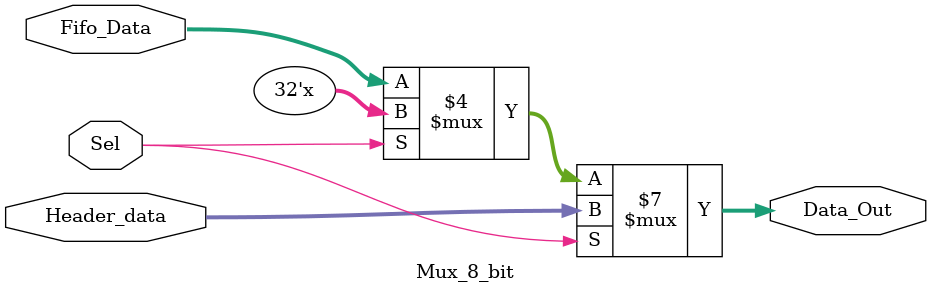
<source format=v>
`timescale 1ns / 1ps
module Mux_8_bit(input Sel,
input [31:0] Header_data,
input [31:0] Fifo_Data,
output reg [31:0] Data_Out    );
	
always @(Sel or Header_data or Fifo_Data)
	begin
	if (Sel==1)
		Data_Out<=Header_data;
	else if(Sel==0)
		Data_Out<=Fifo_Data;
	end	

endmodule

</source>
